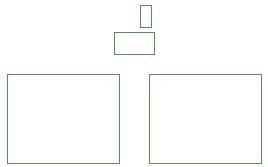
<source format=gbr>
%TF.GenerationSoftware,KiCad,Pcbnew,9.0.5-1.fc42*%
%TF.CreationDate,2025-12-03T02:48:57+01:00*%
%TF.ProjectId,Block-Switch-2H,426c6f63-6b2d-4537-9769-7463682d3248,1*%
%TF.SameCoordinates,Original*%
%TF.FileFunction,Other,User*%
%FSLAX46Y46*%
G04 Gerber Fmt 4.6, Leading zero omitted, Abs format (unit mm)*
G04 Created by KiCad (PCBNEW 9.0.5-1.fc42) date 2025-12-03 02:48:57*
%MOMM*%
%LPD*%
G01*
G04 APERTURE LIST*
%ADD10C,0.050000*%
G04 APERTURE END LIST*
D10*
%TO.C,D1*%
X137405000Y-106339600D02*
X140765000Y-106339600D01*
X137405000Y-108239600D02*
X137405000Y-106339600D01*
X140765000Y-106339600D02*
X140765000Y-108239600D01*
X140765000Y-108239600D02*
X137405000Y-108239600D01*
%TO.C,SW2*%
X140347300Y-109915000D02*
X140597300Y-109915000D01*
X140347300Y-110165000D02*
X140347300Y-109915000D01*
X140347300Y-117165000D02*
X140347300Y-110165000D01*
X140347300Y-117165000D02*
X140347300Y-117415000D01*
X140347300Y-117415000D02*
X140597300Y-117415000D01*
X140597300Y-109915000D02*
X149597300Y-109915000D01*
X149597300Y-109915000D02*
X149847300Y-109915000D01*
X149597300Y-117415000D02*
X140597300Y-117415000D01*
X149597300Y-117415000D02*
X149847300Y-117415000D01*
X149847300Y-109915000D02*
X149847300Y-110165000D01*
X149847300Y-110165000D02*
X149847300Y-117165000D01*
X149847300Y-117415000D02*
X149847300Y-117165000D01*
%TO.C,R3*%
X139552500Y-104022800D02*
X140492500Y-104022800D01*
X139552500Y-105882800D02*
X139552500Y-104022800D01*
X140492500Y-104022800D02*
X140492500Y-105882800D01*
X140492500Y-105882800D02*
X139552500Y-105882800D01*
%TO.C,SW1*%
X128282700Y-109915000D02*
X128532700Y-109915000D01*
X128282700Y-110165000D02*
X128282700Y-109915000D01*
X128282700Y-117165000D02*
X128282700Y-110165000D01*
X128282700Y-117165000D02*
X128282700Y-117415000D01*
X128282700Y-117415000D02*
X128532700Y-117415000D01*
X128532700Y-109915000D02*
X137532700Y-109915000D01*
X137532700Y-109915000D02*
X137782700Y-109915000D01*
X137532700Y-117415000D02*
X128532700Y-117415000D01*
X137532700Y-117415000D02*
X137782700Y-117415000D01*
X137782700Y-109915000D02*
X137782700Y-110165000D01*
X137782700Y-110165000D02*
X137782700Y-117165000D01*
X137782700Y-117415000D02*
X137782700Y-117165000D01*
%TD*%
M02*

</source>
